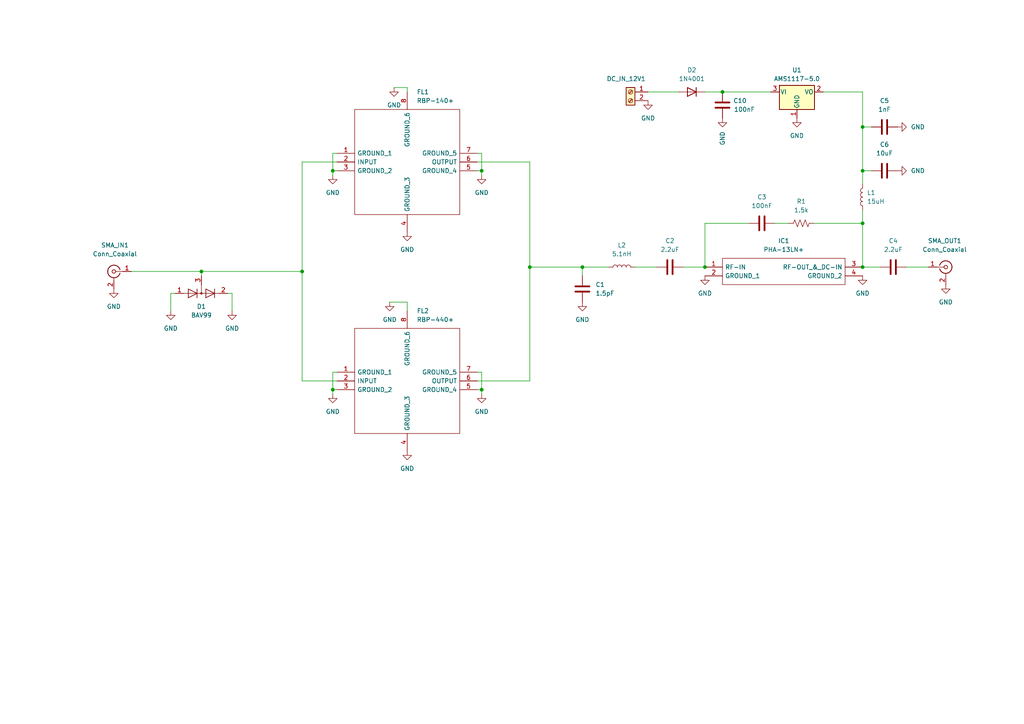
<source format=kicad_sch>
(kicad_sch (version 20211123) (generator eeschema)

  (uuid 9538e4ed-27e6-4c37-b989-9859dc0d49e8)

  (paper "A4")

  (lib_symbols
    (symbol "Connector:Conn_Coaxial" (pin_names (offset 1.016) hide) (in_bom yes) (on_board yes)
      (property "Reference" "J" (id 0) (at 0.254 3.048 0)
        (effects (font (size 1.27 1.27)))
      )
      (property "Value" "Conn_Coaxial" (id 1) (at 2.921 0 90)
        (effects (font (size 1.27 1.27)))
      )
      (property "Footprint" "" (id 2) (at 0 0 0)
        (effects (font (size 1.27 1.27)) hide)
      )
      (property "Datasheet" " ~" (id 3) (at 0 0 0)
        (effects (font (size 1.27 1.27)) hide)
      )
      (property "ki_keywords" "BNC SMA SMB SMC LEMO coaxial connector CINCH RCA" (id 4) (at 0 0 0)
        (effects (font (size 1.27 1.27)) hide)
      )
      (property "ki_description" "coaxial connector (BNC, SMA, SMB, SMC, Cinch/RCA, LEMO, ...)" (id 5) (at 0 0 0)
        (effects (font (size 1.27 1.27)) hide)
      )
      (property "ki_fp_filters" "*BNC* *SMA* *SMB* *SMC* *Cinch* *LEMO*" (id 6) (at 0 0 0)
        (effects (font (size 1.27 1.27)) hide)
      )
      (symbol "Conn_Coaxial_0_1"
        (arc (start -1.778 -0.508) (mid 0.222 -1.808) (end 1.778 0)
          (stroke (width 0.254) (type default) (color 0 0 0 0))
          (fill (type none))
        )
        (polyline
          (pts
            (xy -2.54 0)
            (xy -0.508 0)
          )
          (stroke (width 0) (type default) (color 0 0 0 0))
          (fill (type none))
        )
        (polyline
          (pts
            (xy 0 -2.54)
            (xy 0 -1.778)
          )
          (stroke (width 0) (type default) (color 0 0 0 0))
          (fill (type none))
        )
        (circle (center 0 0) (radius 0.508)
          (stroke (width 0.2032) (type default) (color 0 0 0 0))
          (fill (type none))
        )
        (arc (start 1.778 0) (mid 0.222 1.8083) (end -1.778 0.508)
          (stroke (width 0.254) (type default) (color 0 0 0 0))
          (fill (type none))
        )
      )
      (symbol "Conn_Coaxial_1_1"
        (pin passive line (at -5.08 0 0) (length 2.54)
          (name "In" (effects (font (size 1.27 1.27))))
          (number "1" (effects (font (size 1.27 1.27))))
        )
        (pin passive line (at 0 -5.08 90) (length 2.54)
          (name "Ext" (effects (font (size 1.27 1.27))))
          (number "2" (effects (font (size 1.27 1.27))))
        )
      )
    )
    (symbol "Connector:Screw_Terminal_01x02" (pin_names (offset 1.016) hide) (in_bom yes) (on_board yes)
      (property "Reference" "J" (id 0) (at 0 2.54 0)
        (effects (font (size 1.27 1.27)))
      )
      (property "Value" "Screw_Terminal_01x02" (id 1) (at 0 -5.08 0)
        (effects (font (size 1.27 1.27)))
      )
      (property "Footprint" "" (id 2) (at 0 0 0)
        (effects (font (size 1.27 1.27)) hide)
      )
      (property "Datasheet" "~" (id 3) (at 0 0 0)
        (effects (font (size 1.27 1.27)) hide)
      )
      (property "ki_keywords" "screw terminal" (id 4) (at 0 0 0)
        (effects (font (size 1.27 1.27)) hide)
      )
      (property "ki_description" "Generic screw terminal, single row, 01x02, script generated (kicad-library-utils/schlib/autogen/connector/)" (id 5) (at 0 0 0)
        (effects (font (size 1.27 1.27)) hide)
      )
      (property "ki_fp_filters" "TerminalBlock*:*" (id 6) (at 0 0 0)
        (effects (font (size 1.27 1.27)) hide)
      )
      (symbol "Screw_Terminal_01x02_1_1"
        (rectangle (start -1.27 1.27) (end 1.27 -3.81)
          (stroke (width 0.254) (type default) (color 0 0 0 0))
          (fill (type background))
        )
        (circle (center 0 -2.54) (radius 0.635)
          (stroke (width 0.1524) (type default) (color 0 0 0 0))
          (fill (type none))
        )
        (polyline
          (pts
            (xy -0.5334 -2.2098)
            (xy 0.3302 -3.048)
          )
          (stroke (width 0.1524) (type default) (color 0 0 0 0))
          (fill (type none))
        )
        (polyline
          (pts
            (xy -0.5334 0.3302)
            (xy 0.3302 -0.508)
          )
          (stroke (width 0.1524) (type default) (color 0 0 0 0))
          (fill (type none))
        )
        (polyline
          (pts
            (xy -0.3556 -2.032)
            (xy 0.508 -2.8702)
          )
          (stroke (width 0.1524) (type default) (color 0 0 0 0))
          (fill (type none))
        )
        (polyline
          (pts
            (xy -0.3556 0.508)
            (xy 0.508 -0.3302)
          )
          (stroke (width 0.1524) (type default) (color 0 0 0 0))
          (fill (type none))
        )
        (circle (center 0 0) (radius 0.635)
          (stroke (width 0.1524) (type default) (color 0 0 0 0))
          (fill (type none))
        )
        (pin passive line (at -5.08 0 0) (length 3.81)
          (name "Pin_1" (effects (font (size 1.27 1.27))))
          (number "1" (effects (font (size 1.27 1.27))))
        )
        (pin passive line (at -5.08 -2.54 0) (length 3.81)
          (name "Pin_2" (effects (font (size 1.27 1.27))))
          (number "2" (effects (font (size 1.27 1.27))))
        )
      )
    )
    (symbol "Device:C" (pin_numbers hide) (pin_names (offset 0.254)) (in_bom yes) (on_board yes)
      (property "Reference" "C" (id 0) (at 0.635 2.54 0)
        (effects (font (size 1.27 1.27)) (justify left))
      )
      (property "Value" "C" (id 1) (at 0.635 -2.54 0)
        (effects (font (size 1.27 1.27)) (justify left))
      )
      (property "Footprint" "" (id 2) (at 0.9652 -3.81 0)
        (effects (font (size 1.27 1.27)) hide)
      )
      (property "Datasheet" "~" (id 3) (at 0 0 0)
        (effects (font (size 1.27 1.27)) hide)
      )
      (property "ki_keywords" "cap capacitor" (id 4) (at 0 0 0)
        (effects (font (size 1.27 1.27)) hide)
      )
      (property "ki_description" "Unpolarized capacitor" (id 5) (at 0 0 0)
        (effects (font (size 1.27 1.27)) hide)
      )
      (property "ki_fp_filters" "C_*" (id 6) (at 0 0 0)
        (effects (font (size 1.27 1.27)) hide)
      )
      (symbol "C_0_1"
        (polyline
          (pts
            (xy -2.032 -0.762)
            (xy 2.032 -0.762)
          )
          (stroke (width 0.508) (type default) (color 0 0 0 0))
          (fill (type none))
        )
        (polyline
          (pts
            (xy -2.032 0.762)
            (xy 2.032 0.762)
          )
          (stroke (width 0.508) (type default) (color 0 0 0 0))
          (fill (type none))
        )
      )
      (symbol "C_1_1"
        (pin passive line (at 0 3.81 270) (length 2.794)
          (name "~" (effects (font (size 1.27 1.27))))
          (number "1" (effects (font (size 1.27 1.27))))
        )
        (pin passive line (at 0 -3.81 90) (length 2.794)
          (name "~" (effects (font (size 1.27 1.27))))
          (number "2" (effects (font (size 1.27 1.27))))
        )
      )
    )
    (symbol "Device:L" (pin_numbers hide) (pin_names (offset 1.016) hide) (in_bom yes) (on_board yes)
      (property "Reference" "L" (id 0) (at -1.27 0 90)
        (effects (font (size 1.27 1.27)))
      )
      (property "Value" "L" (id 1) (at 1.905 0 90)
        (effects (font (size 1.27 1.27)))
      )
      (property "Footprint" "" (id 2) (at 0 0 0)
        (effects (font (size 1.27 1.27)) hide)
      )
      (property "Datasheet" "~" (id 3) (at 0 0 0)
        (effects (font (size 1.27 1.27)) hide)
      )
      (property "ki_keywords" "inductor choke coil reactor magnetic" (id 4) (at 0 0 0)
        (effects (font (size 1.27 1.27)) hide)
      )
      (property "ki_description" "Inductor" (id 5) (at 0 0 0)
        (effects (font (size 1.27 1.27)) hide)
      )
      (property "ki_fp_filters" "Choke_* *Coil* Inductor_* L_*" (id 6) (at 0 0 0)
        (effects (font (size 1.27 1.27)) hide)
      )
      (symbol "L_0_1"
        (arc (start 0 -2.54) (mid 0.635 -1.905) (end 0 -1.27)
          (stroke (width 0) (type default) (color 0 0 0 0))
          (fill (type none))
        )
        (arc (start 0 -1.27) (mid 0.635 -0.635) (end 0 0)
          (stroke (width 0) (type default) (color 0 0 0 0))
          (fill (type none))
        )
        (arc (start 0 0) (mid 0.635 0.635) (end 0 1.27)
          (stroke (width 0) (type default) (color 0 0 0 0))
          (fill (type none))
        )
        (arc (start 0 1.27) (mid 0.635 1.905) (end 0 2.54)
          (stroke (width 0) (type default) (color 0 0 0 0))
          (fill (type none))
        )
      )
      (symbol "L_1_1"
        (pin passive line (at 0 3.81 270) (length 1.27)
          (name "1" (effects (font (size 1.27 1.27))))
          (number "1" (effects (font (size 1.27 1.27))))
        )
        (pin passive line (at 0 -3.81 90) (length 1.27)
          (name "2" (effects (font (size 1.27 1.27))))
          (number "2" (effects (font (size 1.27 1.27))))
        )
      )
    )
    (symbol "Device:R_US" (pin_numbers hide) (pin_names (offset 0)) (in_bom yes) (on_board yes)
      (property "Reference" "R" (id 0) (at 2.54 0 90)
        (effects (font (size 1.27 1.27)))
      )
      (property "Value" "R_US" (id 1) (at -2.54 0 90)
        (effects (font (size 1.27 1.27)))
      )
      (property "Footprint" "" (id 2) (at 1.016 -0.254 90)
        (effects (font (size 1.27 1.27)) hide)
      )
      (property "Datasheet" "~" (id 3) (at 0 0 0)
        (effects (font (size 1.27 1.27)) hide)
      )
      (property "ki_keywords" "R res resistor" (id 4) (at 0 0 0)
        (effects (font (size 1.27 1.27)) hide)
      )
      (property "ki_description" "Resistor, US symbol" (id 5) (at 0 0 0)
        (effects (font (size 1.27 1.27)) hide)
      )
      (property "ki_fp_filters" "R_*" (id 6) (at 0 0 0)
        (effects (font (size 1.27 1.27)) hide)
      )
      (symbol "R_US_0_1"
        (polyline
          (pts
            (xy 0 -2.286)
            (xy 0 -2.54)
          )
          (stroke (width 0) (type default) (color 0 0 0 0))
          (fill (type none))
        )
        (polyline
          (pts
            (xy 0 2.286)
            (xy 0 2.54)
          )
          (stroke (width 0) (type default) (color 0 0 0 0))
          (fill (type none))
        )
        (polyline
          (pts
            (xy 0 -0.762)
            (xy 1.016 -1.143)
            (xy 0 -1.524)
            (xy -1.016 -1.905)
            (xy 0 -2.286)
          )
          (stroke (width 0) (type default) (color 0 0 0 0))
          (fill (type none))
        )
        (polyline
          (pts
            (xy 0 0.762)
            (xy 1.016 0.381)
            (xy 0 0)
            (xy -1.016 -0.381)
            (xy 0 -0.762)
          )
          (stroke (width 0) (type default) (color 0 0 0 0))
          (fill (type none))
        )
        (polyline
          (pts
            (xy 0 2.286)
            (xy 1.016 1.905)
            (xy 0 1.524)
            (xy -1.016 1.143)
            (xy 0 0.762)
          )
          (stroke (width 0) (type default) (color 0 0 0 0))
          (fill (type none))
        )
      )
      (symbol "R_US_1_1"
        (pin passive line (at 0 3.81 270) (length 1.27)
          (name "~" (effects (font (size 1.27 1.27))))
          (number "1" (effects (font (size 1.27 1.27))))
        )
        (pin passive line (at 0 -3.81 90) (length 1.27)
          (name "~" (effects (font (size 1.27 1.27))))
          (number "2" (effects (font (size 1.27 1.27))))
        )
      )
    )
    (symbol "Diode:1N4001" (pin_numbers hide) (pin_names (offset 1.016) hide) (in_bom yes) (on_board yes)
      (property "Reference" "D" (id 0) (at 0 2.54 0)
        (effects (font (size 1.27 1.27)))
      )
      (property "Value" "1N4001" (id 1) (at 0 -2.54 0)
        (effects (font (size 1.27 1.27)))
      )
      (property "Footprint" "Diode_THT:D_DO-41_SOD81_P10.16mm_Horizontal" (id 2) (at 0 -4.445 0)
        (effects (font (size 1.27 1.27)) hide)
      )
      (property "Datasheet" "http://www.vishay.com/docs/88503/1n4001.pdf" (id 3) (at 0 0 0)
        (effects (font (size 1.27 1.27)) hide)
      )
      (property "ki_keywords" "diode" (id 4) (at 0 0 0)
        (effects (font (size 1.27 1.27)) hide)
      )
      (property "ki_description" "50V 1A General Purpose Rectifier Diode, DO-41" (id 5) (at 0 0 0)
        (effects (font (size 1.27 1.27)) hide)
      )
      (property "ki_fp_filters" "D*DO?41*" (id 6) (at 0 0 0)
        (effects (font (size 1.27 1.27)) hide)
      )
      (symbol "1N4001_0_1"
        (polyline
          (pts
            (xy -1.27 1.27)
            (xy -1.27 -1.27)
          )
          (stroke (width 0.254) (type default) (color 0 0 0 0))
          (fill (type none))
        )
        (polyline
          (pts
            (xy 1.27 0)
            (xy -1.27 0)
          )
          (stroke (width 0) (type default) (color 0 0 0 0))
          (fill (type none))
        )
        (polyline
          (pts
            (xy 1.27 1.27)
            (xy 1.27 -1.27)
            (xy -1.27 0)
            (xy 1.27 1.27)
          )
          (stroke (width 0.254) (type default) (color 0 0 0 0))
          (fill (type none))
        )
      )
      (symbol "1N4001_1_1"
        (pin passive line (at -3.81 0 0) (length 2.54)
          (name "K" (effects (font (size 1.27 1.27))))
          (number "1" (effects (font (size 1.27 1.27))))
        )
        (pin passive line (at 3.81 0 180) (length 2.54)
          (name "A" (effects (font (size 1.27 1.27))))
          (number "2" (effects (font (size 1.27 1.27))))
        )
      )
    )
    (symbol "Diode:BAV99" (pin_names hide) (in_bom yes) (on_board yes)
      (property "Reference" "D" (id 0) (at 0 5.08 0)
        (effects (font (size 1.27 1.27)))
      )
      (property "Value" "BAV99" (id 1) (at 0 2.54 0)
        (effects (font (size 1.27 1.27)))
      )
      (property "Footprint" "Package_TO_SOT_SMD:SOT-23" (id 2) (at 0 -12.7 0)
        (effects (font (size 1.27 1.27)) hide)
      )
      (property "Datasheet" "https://assets.nexperia.com/documents/data-sheet/BAV99_SER.pdf" (id 3) (at 0 0 0)
        (effects (font (size 1.27 1.27)) hide)
      )
      (property "ki_keywords" "diode" (id 4) (at 0 0 0)
        (effects (font (size 1.27 1.27)) hide)
      )
      (property "ki_description" "BAV99 High-speed switching diodes, SOT-23" (id 5) (at 0 0 0)
        (effects (font (size 1.27 1.27)) hide)
      )
      (property "ki_fp_filters" "SOT?23*" (id 6) (at 0 0 0)
        (effects (font (size 1.27 1.27)) hide)
      )
      (symbol "BAV99_0_1"
        (polyline
          (pts
            (xy -5.08 0)
            (xy 5.08 0)
          )
          (stroke (width 0) (type default) (color 0 0 0 0))
          (fill (type none))
        )
      )
      (symbol "BAV99_1_1"
        (polyline
          (pts
            (xy 0 0)
            (xy 0 -2.54)
          )
          (stroke (width 0) (type default) (color 0 0 0 0))
          (fill (type none))
        )
        (polyline
          (pts
            (xy -1.27 -1.27)
            (xy -1.27 1.27)
            (xy -1.27 1.27)
          )
          (stroke (width 0.2032) (type default) (color 0 0 0 0))
          (fill (type none))
        )
        (polyline
          (pts
            (xy 3.81 1.27)
            (xy 3.81 -1.27)
            (xy 3.81 -1.27)
          )
          (stroke (width 0.2032) (type default) (color 0 0 0 0))
          (fill (type none))
        )
        (polyline
          (pts
            (xy -3.81 1.27)
            (xy -1.27 0)
            (xy -3.81 -1.27)
            (xy -3.81 1.27)
            (xy -3.81 1.27)
            (xy -3.81 1.27)
          )
          (stroke (width 0.2032) (type default) (color 0 0 0 0))
          (fill (type none))
        )
        (polyline
          (pts
            (xy 1.27 1.27)
            (xy 3.81 0)
            (xy 1.27 -1.27)
            (xy 1.27 1.27)
            (xy 1.27 1.27)
            (xy 1.27 1.27)
          )
          (stroke (width 0.2032) (type default) (color 0 0 0 0))
          (fill (type none))
        )
        (circle (center 0 0) (radius 0.254)
          (stroke (width 0) (type default) (color 0 0 0 0))
          (fill (type outline))
        )
        (pin passive line (at -7.62 0 0) (length 2.54)
          (name "K" (effects (font (size 1.27 1.27))))
          (number "1" (effects (font (size 1.27 1.27))))
        )
        (pin passive line (at 7.62 0 180) (length 2.54)
          (name "A" (effects (font (size 1.27 1.27))))
          (number "2" (effects (font (size 1.27 1.27))))
        )
        (pin passive line (at 0 -5.08 90) (length 2.54)
          (name "K" (effects (font (size 1.27 1.27))))
          (number "3" (effects (font (size 1.27 1.27))))
        )
      )
    )
    (symbol "Regulator_Linear:AMS1117-5.0" (pin_names (offset 0.254)) (in_bom yes) (on_board yes)
      (property "Reference" "U" (id 0) (at -3.81 3.175 0)
        (effects (font (size 1.27 1.27)))
      )
      (property "Value" "AMS1117-5.0" (id 1) (at 0 3.175 0)
        (effects (font (size 1.27 1.27)) (justify left))
      )
      (property "Footprint" "Package_TO_SOT_SMD:SOT-223-3_TabPin2" (id 2) (at 0 5.08 0)
        (effects (font (size 1.27 1.27)) hide)
      )
      (property "Datasheet" "http://www.advanced-monolithic.com/pdf/ds1117.pdf" (id 3) (at 2.54 -6.35 0)
        (effects (font (size 1.27 1.27)) hide)
      )
      (property "ki_keywords" "linear regulator ldo fixed positive" (id 4) (at 0 0 0)
        (effects (font (size 1.27 1.27)) hide)
      )
      (property "ki_description" "1A Low Dropout regulator, positive, 5.0V fixed output, SOT-223" (id 5) (at 0 0 0)
        (effects (font (size 1.27 1.27)) hide)
      )
      (property "ki_fp_filters" "SOT?223*TabPin2*" (id 6) (at 0 0 0)
        (effects (font (size 1.27 1.27)) hide)
      )
      (symbol "AMS1117-5.0_0_1"
        (rectangle (start -5.08 -5.08) (end 5.08 1.905)
          (stroke (width 0.254) (type default) (color 0 0 0 0))
          (fill (type background))
        )
      )
      (symbol "AMS1117-5.0_1_1"
        (pin power_in line (at 0 -7.62 90) (length 2.54)
          (name "GND" (effects (font (size 1.27 1.27))))
          (number "1" (effects (font (size 1.27 1.27))))
        )
        (pin power_out line (at 7.62 0 180) (length 2.54)
          (name "VO" (effects (font (size 1.27 1.27))))
          (number "2" (effects (font (size 1.27 1.27))))
        )
        (pin power_in line (at -7.62 0 0) (length 2.54)
          (name "VI" (effects (font (size 1.27 1.27))))
          (number "3" (effects (font (size 1.27 1.27))))
        )
      )
    )
    (symbol "User:PHA-13LN+" (pin_names (offset 0.762)) (in_bom yes) (on_board yes)
      (property "Reference" "IC" (id 0) (at 41.91 7.62 0)
        (effects (font (size 1.27 1.27)) (justify left))
      )
      (property "Value" "PHA-13LN+" (id 1) (at 41.91 5.08 0)
        (effects (font (size 1.27 1.27)) (justify left))
      )
      (property "Footprint" "PHA13LN" (id 2) (at 41.91 2.54 0)
        (effects (font (size 1.27 1.27)) (justify left) hide)
      )
      (property "Datasheet" "https://www.minicircuits.com/pdfs/PHA-13LN+.pdf" (id 3) (at 41.91 0 0)
        (effects (font (size 1.27 1.27)) (justify left) hide)
      )
      (property "Description" "ic" (id 4) (at 41.91 -2.54 0)
        (effects (font (size 1.27 1.27)) (justify left) hide)
      )
      (property "Height" "1.6" (id 5) (at 41.91 -5.08 0)
        (effects (font (size 1.27 1.27)) (justify left) hide)
      )
      (property "Mouser Part Number" "139-PHA-13LN" (id 6) (at 41.91 -7.62 0)
        (effects (font (size 1.27 1.27)) (justify left) hide)
      )
      (property "Mouser Price/Stock" "https://www.mouser.co.uk/ProductDetail/Mini-Circuits/PHA-13LN%2b?qs=xZ%2FP%252Ba9zWqYkwnUBoTp7PQ%3D%3D" (id 7) (at 41.91 -10.16 0)
        (effects (font (size 1.27 1.27)) (justify left) hide)
      )
      (property "Manufacturer_Name" "Mini-Circuits" (id 8) (at 41.91 -12.7 0)
        (effects (font (size 1.27 1.27)) (justify left) hide)
      )
      (property "Manufacturer_Part_Number" "PHA-13LN+" (id 9) (at 41.91 -15.24 0)
        (effects (font (size 1.27 1.27)) (justify left) hide)
      )
      (property "ki_description" "ic" (id 10) (at 0 0 0)
        (effects (font (size 1.27 1.27)) hide)
      )
      (symbol "PHA-13LN+_0_0"
        (pin passive line (at 0 0 0) (length 5.08)
          (name "RF-IN" (effects (font (size 1.27 1.27))))
          (number "1" (effects (font (size 1.27 1.27))))
        )
        (pin passive line (at 0 -2.54 0) (length 5.08)
          (name "GROUND_1" (effects (font (size 1.27 1.27))))
          (number "2" (effects (font (size 1.27 1.27))))
        )
        (pin passive line (at 45.72 0 180) (length 5.08)
          (name "RF-OUT_&_DC-IN" (effects (font (size 1.27 1.27))))
          (number "3" (effects (font (size 1.27 1.27))))
        )
        (pin passive line (at 45.72 -2.54 180) (length 5.08)
          (name "GROUND_2" (effects (font (size 1.27 1.27))))
          (number "4" (effects (font (size 1.27 1.27))))
        )
      )
      (symbol "PHA-13LN+_0_1"
        (polyline
          (pts
            (xy 5.08 2.54)
            (xy 40.64 2.54)
            (xy 40.64 -5.08)
            (xy 5.08 -5.08)
            (xy 5.08 2.54)
          )
          (stroke (width 0.1524) (type default) (color 0 0 0 0))
          (fill (type none))
        )
      )
    )
    (symbol "User:RBP-140+" (pin_names (offset 0.762)) (in_bom yes) (on_board yes)
      (property "Reference" "FL" (id 0) (at 36.83 20.32 0)
        (effects (font (size 1.27 1.27)) (justify left))
      )
      (property "Value" "RBP-140+" (id 1) (at 36.83 17.78 0)
        (effects (font (size 1.27 1.27)) (justify left))
      )
      (property "Footprint" "RBP140" (id 2) (at 36.83 15.24 0)
        (effects (font (size 1.27 1.27)) (justify left) hide)
      )
      (property "Datasheet" "" (id 3) (at 36.83 12.7 0)
        (effects (font (size 1.27 1.27)) (justify left) hide)
      )
      (property "Description" "Signal Conditioning Lumped LC Band Pass Filter, 130 - 150 MHz, 50 ohms" (id 4) (at 36.83 10.16 0)
        (effects (font (size 1.27 1.27)) (justify left) hide)
      )
      (property "Height" "2.54" (id 5) (at 36.83 7.62 0)
        (effects (font (size 1.27 1.27)) (justify left) hide)
      )
      (property "Mouser Part Number" "139-RBP-140" (id 6) (at 36.83 5.08 0)
        (effects (font (size 1.27 1.27)) (justify left) hide)
      )
      (property "Mouser Price/Stock" "https://www.mouser.co.uk/ProductDetail/Mini-Circuits/RBP-140%2b?qs=xZ%2FP%252Ba9zWqZfMCIzX4F4Xg%3D%3D" (id 7) (at 36.83 2.54 0)
        (effects (font (size 1.27 1.27)) (justify left) hide)
      )
      (property "Manufacturer_Name" "Mini-Circuits" (id 8) (at 36.83 0 0)
        (effects (font (size 1.27 1.27)) (justify left) hide)
      )
      (property "Manufacturer_Part_Number" "RBP-140+" (id 9) (at 36.83 -2.54 0)
        (effects (font (size 1.27 1.27)) (justify left) hide)
      )
      (property "ki_description" "Signal Conditioning Lumped LC Band Pass Filter, 130 - 150 MHz, 50 ohms" (id 10) (at 0 0 0)
        (effects (font (size 1.27 1.27)) hide)
      )
      (symbol "RBP-140+_0_0"
        (pin passive line (at 17.78 -20.32 90) (length 5.08)
          (name "GROUND_1" (effects (font (size 1.27 1.27))))
          (number "1" (effects (font (size 1.27 1.27))))
        )
        (pin passive line (at 20.32 -20.32 90) (length 5.08)
          (name "INPUT" (effects (font (size 1.27 1.27))))
          (number "2" (effects (font (size 1.27 1.27))))
        )
        (pin passive line (at 22.86 -20.32 90) (length 5.08)
          (name "GROUND_2" (effects (font (size 1.27 1.27))))
          (number "3" (effects (font (size 1.27 1.27))))
        )
        (pin passive line (at 40.64 0 180) (length 5.08)
          (name "GROUND_3" (effects (font (size 1.27 1.27))))
          (number "4" (effects (font (size 1.27 1.27))))
        )
        (pin passive line (at 22.86 20.32 270) (length 5.08)
          (name "GROUND_4" (effects (font (size 1.27 1.27))))
          (number "5" (effects (font (size 1.27 1.27))))
        )
        (pin passive line (at 20.32 20.32 270) (length 5.08)
          (name "OUTPUT" (effects (font (size 1.27 1.27))))
          (number "6" (effects (font (size 1.27 1.27))))
        )
        (pin passive line (at 17.78 20.32 270) (length 5.08)
          (name "GROUND_5" (effects (font (size 1.27 1.27))))
          (number "7" (effects (font (size 1.27 1.27))))
        )
        (pin passive line (at 0 0 0) (length 5.08)
          (name "GROUND_6" (effects (font (size 1.27 1.27))))
          (number "8" (effects (font (size 1.27 1.27))))
        )
      )
      (symbol "RBP-140+_0_1"
        (polyline
          (pts
            (xy 5.08 15.24)
            (xy 35.56 15.24)
            (xy 35.56 -15.24)
            (xy 5.08 -15.24)
            (xy 5.08 15.24)
          )
          (stroke (width 0.1524) (type default) (color 0 0 0 0))
          (fill (type none))
        )
      )
    )
    (symbol "power:GND" (power) (pin_names (offset 0)) (in_bom yes) (on_board yes)
      (property "Reference" "#PWR" (id 0) (at 0 -6.35 0)
        (effects (font (size 1.27 1.27)) hide)
      )
      (property "Value" "GND" (id 1) (at 0 -3.81 0)
        (effects (font (size 1.27 1.27)))
      )
      (property "Footprint" "" (id 2) (at 0 0 0)
        (effects (font (size 1.27 1.27)) hide)
      )
      (property "Datasheet" "" (id 3) (at 0 0 0)
        (effects (font (size 1.27 1.27)) hide)
      )
      (property "ki_keywords" "power-flag" (id 4) (at 0 0 0)
        (effects (font (size 1.27 1.27)) hide)
      )
      (property "ki_description" "Power symbol creates a global label with name \"GND\" , ground" (id 5) (at 0 0 0)
        (effects (font (size 1.27 1.27)) hide)
      )
      (symbol "GND_0_1"
        (polyline
          (pts
            (xy 0 0)
            (xy 0 -1.27)
            (xy 1.27 -1.27)
            (xy 0 -2.54)
            (xy -1.27 -1.27)
            (xy 0 -1.27)
          )
          (stroke (width 0) (type default) (color 0 0 0 0))
          (fill (type none))
        )
      )
      (symbol "GND_1_1"
        (pin power_in line (at 0 0 270) (length 0) hide
          (name "GND" (effects (font (size 1.27 1.27))))
          (number "1" (effects (font (size 1.27 1.27))))
        )
      )
    )
  )

  (junction (at 96.52 49.53) (diameter 0) (color 0 0 0 0)
    (uuid 06b2597a-7b06-4c2d-b3aa-db28e4d2d6bb)
  )
  (junction (at 250.19 49.53) (diameter 0) (color 0 0 0 0)
    (uuid 079b05fd-5a8d-4e8c-96a3-ed72f11dc0e6)
  )
  (junction (at 250.19 64.77) (diameter 0) (color 0 0 0 0)
    (uuid 13344b45-a1a2-4fc2-907e-307893543bbd)
  )
  (junction (at 168.91 77.47) (diameter 0) (color 0 0 0 0)
    (uuid 21f74fa1-6451-4564-a4bd-1782fa6d7a10)
  )
  (junction (at 250.19 36.83) (diameter 0) (color 0 0 0 0)
    (uuid 306923d1-a6be-43d5-b8dd-81154fcf8b14)
  )
  (junction (at 204.47 77.47) (diameter 0) (color 0 0 0 0)
    (uuid 3a7d1616-f0dc-464e-ac98-4f09673fd7e3)
  )
  (junction (at 96.52 113.03) (diameter 0) (color 0 0 0 0)
    (uuid 59499751-b54b-4ba6-befd-4eb8f1a79e66)
  )
  (junction (at 87.63 78.74) (diameter 0) (color 0 0 0 0)
    (uuid 6396cd5b-2c5c-4a84-b28a-279d82b2080a)
  )
  (junction (at 58.42 78.74) (diameter 0) (color 0 0 0 0)
    (uuid 65982491-1f75-488c-b067-47083b0b47e7)
  )
  (junction (at 250.19 77.47) (diameter 0) (color 0 0 0 0)
    (uuid 8211612c-7d40-439a-b2ad-1adc32c962a2)
  )
  (junction (at 139.7 49.53) (diameter 0) (color 0 0 0 0)
    (uuid 85f27ba3-a186-4587-9d11-ec6ebf3eae31)
  )
  (junction (at 153.67 77.47) (diameter 0) (color 0 0 0 0)
    (uuid 954376f4-bf66-4703-a47c-ecf816c51c38)
  )
  (junction (at 209.55 26.67) (diameter 0) (color 0 0 0 0)
    (uuid afd0ccf3-aa21-4dc1-9153-ff6b5c3524c4)
  )
  (junction (at 139.7 113.03) (diameter 0) (color 0 0 0 0)
    (uuid d21c3462-32a8-4ff0-a471-564df07aa56c)
  )

  (wire (pts (xy 118.11 25.4) (xy 118.11 26.67))
    (stroke (width 0) (type default) (color 0 0 0 0))
    (uuid 0001fea5-902d-48c7-836e-fc3524aaf22c)
  )
  (wire (pts (xy 184.15 77.47) (xy 190.5 77.47))
    (stroke (width 0) (type default) (color 0 0 0 0))
    (uuid 098c9c19-9e30-40e4-a5ed-81c2405730b2)
  )
  (wire (pts (xy 204.47 64.77) (xy 204.47 77.47))
    (stroke (width 0) (type default) (color 0 0 0 0))
    (uuid 0fda579c-5ab1-4b53-8566-d9aea004e061)
  )
  (wire (pts (xy 250.19 77.47) (xy 255.27 77.47))
    (stroke (width 0) (type default) (color 0 0 0 0))
    (uuid 1274998d-36bf-4b18-a16a-77285cfdcf64)
  )
  (wire (pts (xy 198.12 77.47) (xy 204.47 77.47))
    (stroke (width 0) (type default) (color 0 0 0 0))
    (uuid 14256c37-1ea8-4cfc-bf2e-cca2043ed299)
  )
  (wire (pts (xy 138.43 49.53) (xy 139.7 49.53))
    (stroke (width 0) (type default) (color 0 0 0 0))
    (uuid 1545871b-4439-4ca7-937c-38293a364c16)
  )
  (wire (pts (xy 138.43 113.03) (xy 139.7 113.03))
    (stroke (width 0) (type default) (color 0 0 0 0))
    (uuid 1ad47d92-0128-438d-b8ce-02d9a59123a3)
  )
  (wire (pts (xy 113.03 87.63) (xy 118.11 87.63))
    (stroke (width 0) (type default) (color 0 0 0 0))
    (uuid 1f7fbd96-a2a7-4cb6-8cf8-70d6dfc233e5)
  )
  (wire (pts (xy 67.31 85.09) (xy 67.31 90.17))
    (stroke (width 0) (type default) (color 0 0 0 0))
    (uuid 203d76d0-1052-46ae-a7a6-f8259e09d159)
  )
  (wire (pts (xy 250.19 49.53) (xy 252.73 49.53))
    (stroke (width 0) (type default) (color 0 0 0 0))
    (uuid 20e4b388-06aa-4818-bf3f-59c94c93e81f)
  )
  (wire (pts (xy 236.22 64.77) (xy 250.19 64.77))
    (stroke (width 0) (type default) (color 0 0 0 0))
    (uuid 211c5f87-9e8d-44ad-b48a-856b9b567687)
  )
  (wire (pts (xy 250.19 64.77) (xy 250.19 77.47))
    (stroke (width 0) (type default) (color 0 0 0 0))
    (uuid 21671ffb-e382-40cf-89bb-00b02b9f3cbe)
  )
  (wire (pts (xy 138.43 46.99) (xy 153.67 46.99))
    (stroke (width 0) (type default) (color 0 0 0 0))
    (uuid 25f60e0e-acbc-4ce1-b905-bc7763ab9866)
  )
  (wire (pts (xy 250.19 26.67) (xy 250.19 36.83))
    (stroke (width 0) (type default) (color 0 0 0 0))
    (uuid 26703e59-01d8-40e9-b840-21aee81bc6c5)
  )
  (wire (pts (xy 66.04 85.09) (xy 67.31 85.09))
    (stroke (width 0) (type default) (color 0 0 0 0))
    (uuid 32cdc472-a432-41f2-a1dc-241daf49ff4c)
  )
  (wire (pts (xy 87.63 46.99) (xy 87.63 78.74))
    (stroke (width 0) (type default) (color 0 0 0 0))
    (uuid 3ec5d84c-827f-4f1e-b790-0f241482535b)
  )
  (wire (pts (xy 250.19 36.83) (xy 252.73 36.83))
    (stroke (width 0) (type default) (color 0 0 0 0))
    (uuid 416b4b4a-68d1-4dac-8de3-2d72b95dc977)
  )
  (wire (pts (xy 97.79 44.45) (xy 96.52 44.45))
    (stroke (width 0) (type default) (color 0 0 0 0))
    (uuid 4216af48-181c-4ad6-9c60-e90f53b26cc9)
  )
  (wire (pts (xy 96.52 44.45) (xy 96.52 49.53))
    (stroke (width 0) (type default) (color 0 0 0 0))
    (uuid 4ab5e19c-47cf-42ae-9678-1e36abeeae59)
  )
  (wire (pts (xy 209.55 26.67) (xy 223.52 26.67))
    (stroke (width 0) (type default) (color 0 0 0 0))
    (uuid 4e1bc4e0-96b4-4b86-9a40-e01f8acc8fb3)
  )
  (wire (pts (xy 187.96 26.67) (xy 196.85 26.67))
    (stroke (width 0) (type default) (color 0 0 0 0))
    (uuid 5026f652-a3c3-40da-b1b3-18817a846309)
  )
  (wire (pts (xy 97.79 46.99) (xy 87.63 46.99))
    (stroke (width 0) (type default) (color 0 0 0 0))
    (uuid 546bc869-af47-44d3-b55c-58a6fb4c2198)
  )
  (wire (pts (xy 96.52 107.95) (xy 96.52 113.03))
    (stroke (width 0) (type default) (color 0 0 0 0))
    (uuid 5f727ce2-fa30-4287-8c43-da9eb8b15d5b)
  )
  (wire (pts (xy 96.52 49.53) (xy 96.52 50.8))
    (stroke (width 0) (type default) (color 0 0 0 0))
    (uuid 61d13cee-4f2e-474a-83cd-b170ceb0626e)
  )
  (wire (pts (xy 250.19 53.34) (xy 250.19 49.53))
    (stroke (width 0) (type default) (color 0 0 0 0))
    (uuid 61d905c6-3a9e-4103-b419-c7340a7ca7b0)
  )
  (wire (pts (xy 138.43 107.95) (xy 139.7 107.95))
    (stroke (width 0) (type default) (color 0 0 0 0))
    (uuid 64b76e78-c89c-43ef-93e2-c696c6ea0570)
  )
  (wire (pts (xy 87.63 78.74) (xy 87.63 110.49))
    (stroke (width 0) (type default) (color 0 0 0 0))
    (uuid 6595f369-9327-4b17-bbf3-3aced532b7bb)
  )
  (wire (pts (xy 118.11 87.63) (xy 118.11 90.17))
    (stroke (width 0) (type default) (color 0 0 0 0))
    (uuid 724eeae1-01bb-4e26-bed2-a801c6b1e80a)
  )
  (wire (pts (xy 204.47 26.67) (xy 209.55 26.67))
    (stroke (width 0) (type default) (color 0 0 0 0))
    (uuid 74a35c44-ade2-4bbf-9a00-28d9acd6a3ec)
  )
  (wire (pts (xy 139.7 44.45) (xy 139.7 49.53))
    (stroke (width 0) (type default) (color 0 0 0 0))
    (uuid 78074ad5-1cab-4d1f-9c03-7f6c195bd93c)
  )
  (wire (pts (xy 168.91 77.47) (xy 176.53 77.47))
    (stroke (width 0) (type default) (color 0 0 0 0))
    (uuid 805a1d50-1b98-429d-9f74-b1159d36ea2d)
  )
  (wire (pts (xy 238.76 26.67) (xy 250.19 26.67))
    (stroke (width 0) (type default) (color 0 0 0 0))
    (uuid 817997f0-f4ac-40a3-8daf-bc036e4b4d2e)
  )
  (wire (pts (xy 49.53 90.17) (xy 49.53 85.09))
    (stroke (width 0) (type default) (color 0 0 0 0))
    (uuid 8af03b39-5367-480c-ab0d-2e7bdd97e0d9)
  )
  (wire (pts (xy 224.79 64.77) (xy 228.6 64.77))
    (stroke (width 0) (type default) (color 0 0 0 0))
    (uuid 8b8409bd-d5ce-4c73-9983-0514afc61095)
  )
  (wire (pts (xy 96.52 113.03) (xy 97.79 113.03))
    (stroke (width 0) (type default) (color 0 0 0 0))
    (uuid 8d1fc4b1-1d51-4ced-a3ca-f018e0057daf)
  )
  (wire (pts (xy 262.89 77.47) (xy 269.24 77.47))
    (stroke (width 0) (type default) (color 0 0 0 0))
    (uuid 8db920dc-6c09-47ff-88bd-022f65597813)
  )
  (wire (pts (xy 139.7 49.53) (xy 139.7 50.8))
    (stroke (width 0) (type default) (color 0 0 0 0))
    (uuid 92a15460-ac3b-4a82-b375-6a0960418ef2)
  )
  (wire (pts (xy 49.53 85.09) (xy 50.8 85.09))
    (stroke (width 0) (type default) (color 0 0 0 0))
    (uuid 947b0045-4aa7-4eaf-860c-7fcd76735eac)
  )
  (wire (pts (xy 217.17 64.77) (xy 204.47 64.77))
    (stroke (width 0) (type default) (color 0 0 0 0))
    (uuid 97ef68f0-8db2-4c99-a3f1-cc4010fe9a8f)
  )
  (wire (pts (xy 153.67 110.49) (xy 153.67 77.47))
    (stroke (width 0) (type default) (color 0 0 0 0))
    (uuid 9a52bb87-5826-4c4a-893d-d6c414fb441c)
  )
  (wire (pts (xy 139.7 113.03) (xy 139.7 114.3))
    (stroke (width 0) (type default) (color 0 0 0 0))
    (uuid a27e5b23-dcc2-49fe-b722-1d68ef80fe23)
  )
  (wire (pts (xy 58.42 78.74) (xy 87.63 78.74))
    (stroke (width 0) (type default) (color 0 0 0 0))
    (uuid aa5abb0b-a1bf-4c32-aa1a-3c3fa7fcfd10)
  )
  (wire (pts (xy 38.1 78.74) (xy 58.42 78.74))
    (stroke (width 0) (type default) (color 0 0 0 0))
    (uuid ac5f1fb6-e986-40df-b351-8f555a84dfde)
  )
  (wire (pts (xy 139.7 107.95) (xy 139.7 113.03))
    (stroke (width 0) (type default) (color 0 0 0 0))
    (uuid ad96f3ff-49fb-4441-a84e-480d839b6ecd)
  )
  (wire (pts (xy 58.42 78.74) (xy 58.42 80.01))
    (stroke (width 0) (type default) (color 0 0 0 0))
    (uuid b7228738-fe0c-4968-b348-e22aed7850f5)
  )
  (wire (pts (xy 250.19 49.53) (xy 250.19 36.83))
    (stroke (width 0) (type default) (color 0 0 0 0))
    (uuid b913eae4-beea-4246-b1aa-cbecc96a0971)
  )
  (wire (pts (xy 138.43 44.45) (xy 139.7 44.45))
    (stroke (width 0) (type default) (color 0 0 0 0))
    (uuid baae70b6-0dd8-49ae-afd1-a7595ef75074)
  )
  (wire (pts (xy 153.67 46.99) (xy 153.67 77.47))
    (stroke (width 0) (type default) (color 0 0 0 0))
    (uuid c6d36b93-0c70-4eea-ad66-7dc8049f1eee)
  )
  (wire (pts (xy 250.19 60.96) (xy 250.19 64.77))
    (stroke (width 0) (type default) (color 0 0 0 0))
    (uuid c6f503e7-f9d3-4b95-a1ee-c0c2128f8168)
  )
  (wire (pts (xy 153.67 77.47) (xy 168.91 77.47))
    (stroke (width 0) (type default) (color 0 0 0 0))
    (uuid d073ab6c-bd0c-44d6-a4be-c56168e9545e)
  )
  (wire (pts (xy 114.3 25.4) (xy 118.11 25.4))
    (stroke (width 0) (type default) (color 0 0 0 0))
    (uuid d150ceb9-17a4-4723-af81-fa40df62506e)
  )
  (wire (pts (xy 168.91 80.01) (xy 168.91 77.47))
    (stroke (width 0) (type default) (color 0 0 0 0))
    (uuid d284fb31-4774-41d7-b247-4dcd42566c65)
  )
  (wire (pts (xy 138.43 110.49) (xy 153.67 110.49))
    (stroke (width 0) (type default) (color 0 0 0 0))
    (uuid db8b4310-7608-4a7f-8a9c-bf595c25552e)
  )
  (wire (pts (xy 96.52 113.03) (xy 96.52 114.3))
    (stroke (width 0) (type default) (color 0 0 0 0))
    (uuid dbc07276-ccb2-4c19-a635-8b581caec814)
  )
  (wire (pts (xy 87.63 110.49) (xy 97.79 110.49))
    (stroke (width 0) (type default) (color 0 0 0 0))
    (uuid e140745f-74fd-4120-8030-8fae8b53aadf)
  )
  (wire (pts (xy 96.52 49.53) (xy 97.79 49.53))
    (stroke (width 0) (type default) (color 0 0 0 0))
    (uuid e44ebcdd-421a-4d0e-a6a9-b5a8694a3c1c)
  )
  (wire (pts (xy 97.79 107.95) (xy 96.52 107.95))
    (stroke (width 0) (type default) (color 0 0 0 0))
    (uuid f5661775-35d9-4814-b6c8-86faf7af6737)
  )

  (symbol (lib_id "power:GND") (at 260.35 36.83 90) (unit 1)
    (in_bom yes) (on_board yes) (fields_autoplaced)
    (uuid 04cfe55d-bde8-4833-8e62-9bd5dd85e536)
    (property "Reference" "#PWR0116" (id 0) (at 266.7 36.83 0)
      (effects (font (size 1.27 1.27)) hide)
    )
    (property "Value" "GND" (id 1) (at 264.16 36.8299 90)
      (effects (font (size 1.27 1.27)) (justify right))
    )
    (property "Footprint" "" (id 2) (at 260.35 36.83 0)
      (effects (font (size 1.27 1.27)) hide)
    )
    (property "Datasheet" "" (id 3) (at 260.35 36.83 0)
      (effects (font (size 1.27 1.27)) hide)
    )
    (pin "1" (uuid 31810aa7-371b-40a5-a867-5c00ff37df2b))
  )

  (symbol (lib_id "power:GND") (at 96.52 50.8 0) (unit 1)
    (in_bom yes) (on_board yes) (fields_autoplaced)
    (uuid 1c5347cd-c0e8-49c9-9579-610e44d2ab22)
    (property "Reference" "#PWR0108" (id 0) (at 96.52 57.15 0)
      (effects (font (size 1.27 1.27)) hide)
    )
    (property "Value" "GND" (id 1) (at 96.52 55.88 0))
    (property "Footprint" "" (id 2) (at 96.52 50.8 0)
      (effects (font (size 1.27 1.27)) hide)
    )
    (property "Datasheet" "" (id 3) (at 96.52 50.8 0)
      (effects (font (size 1.27 1.27)) hide)
    )
    (pin "1" (uuid 2bcc2ae9-8674-4f77-ba34-7a8cfcb2fb65))
  )

  (symbol (lib_id "Device:C") (at 209.55 30.48 0) (unit 1)
    (in_bom yes) (on_board yes)
    (uuid 2b3b3acf-f92c-47c0-8463-698effa93d68)
    (property "Reference" "C10" (id 0) (at 214.63 29.21 0))
    (property "Value" "100nF" (id 1) (at 215.9 31.75 0))
    (property "Footprint" "Capacitor_SMD:C_0805_2012Metric" (id 2) (at 210.5152 34.29 0)
      (effects (font (size 1.27 1.27)) hide)
    )
    (property "Datasheet" "~" (id 3) (at 209.55 30.48 0)
      (effects (font (size 1.27 1.27)) hide)
    )
    (pin "1" (uuid fe762642-26af-41fe-b977-da3a7107c2e0))
    (pin "2" (uuid dabd0e43-eac5-4e80-8b46-939e70028150))
  )

  (symbol (lib_id "Device:L") (at 250.19 57.15 180) (unit 1)
    (in_bom yes) (on_board yes) (fields_autoplaced)
    (uuid 2c47f87e-b6c3-4a82-8bee-65034e2a427b)
    (property "Reference" "L1" (id 0) (at 251.46 55.8799 0)
      (effects (font (size 1.27 1.27)) (justify right))
    )
    (property "Value" "15uH" (id 1) (at 251.46 58.4199 0)
      (effects (font (size 1.27 1.27)) (justify right))
    )
    (property "Footprint" "Inductor_SMD:L_0805_2012Metric" (id 2) (at 250.19 57.15 0)
      (effects (font (size 1.27 1.27)) hide)
    )
    (property "Datasheet" "~" (id 3) (at 250.19 57.15 0)
      (effects (font (size 1.27 1.27)) hide)
    )
    (pin "1" (uuid b50b6c77-4c77-43ac-95b1-d472fd943891))
    (pin "2" (uuid d5fad38e-8fe0-48ef-a879-f89c7450f557))
  )

  (symbol (lib_id "power:GND") (at 96.52 114.3 0) (unit 1)
    (in_bom yes) (on_board yes) (fields_autoplaced)
    (uuid 2e4063d4-9ee7-47a9-8591-5183abe7b50d)
    (property "Reference" "#PWR0107" (id 0) (at 96.52 120.65 0)
      (effects (font (size 1.27 1.27)) hide)
    )
    (property "Value" "GND" (id 1) (at 96.52 119.38 0))
    (property "Footprint" "" (id 2) (at 96.52 114.3 0)
      (effects (font (size 1.27 1.27)) hide)
    )
    (property "Datasheet" "" (id 3) (at 96.52 114.3 0)
      (effects (font (size 1.27 1.27)) hide)
    )
    (pin "1" (uuid 93579848-3c8e-40db-a11f-27e2944f5ed1))
  )

  (symbol (lib_id "power:GND") (at 204.47 80.01 0) (unit 1)
    (in_bom yes) (on_board yes) (fields_autoplaced)
    (uuid 30709b2e-b777-45ae-a45c-e8627bbcdf60)
    (property "Reference" "#PWR0113" (id 0) (at 204.47 86.36 0)
      (effects (font (size 1.27 1.27)) hide)
    )
    (property "Value" "GND" (id 1) (at 204.47 85.09 0))
    (property "Footprint" "" (id 2) (at 204.47 80.01 0)
      (effects (font (size 1.27 1.27)) hide)
    )
    (property "Datasheet" "" (id 3) (at 204.47 80.01 0)
      (effects (font (size 1.27 1.27)) hide)
    )
    (pin "1" (uuid 32d6e249-5071-4c42-929c-bac58b5fed15))
  )

  (symbol (lib_id "power:GND") (at 209.55 34.29 0) (unit 1)
    (in_bom yes) (on_board yes) (fields_autoplaced)
    (uuid 3166f17b-2ebf-4195-9dad-0b58d50a4f80)
    (property "Reference" "#PWR0120" (id 0) (at 209.55 40.64 0)
      (effects (font (size 1.27 1.27)) hide)
    )
    (property "Value" "GND" (id 1) (at 209.5501 38.1 90)
      (effects (font (size 1.27 1.27)) (justify right))
    )
    (property "Footprint" "" (id 2) (at 209.55 34.29 0)
      (effects (font (size 1.27 1.27)) hide)
    )
    (property "Datasheet" "" (id 3) (at 209.55 34.29 0)
      (effects (font (size 1.27 1.27)) hide)
    )
    (pin "1" (uuid 3d95731f-2537-470a-9de1-dd7a0553cd19))
  )

  (symbol (lib_id "Device:C") (at 194.31 77.47 90) (unit 1)
    (in_bom yes) (on_board yes) (fields_autoplaced)
    (uuid 31b5a18b-2335-4648-9011-0e0d83a245e4)
    (property "Reference" "C2" (id 0) (at 194.31 69.85 90))
    (property "Value" "2.2uF" (id 1) (at 194.31 72.39 90))
    (property "Footprint" "Capacitor_SMD:C_0805_2012Metric" (id 2) (at 198.12 76.5048 0)
      (effects (font (size 1.27 1.27)) hide)
    )
    (property "Datasheet" "~" (id 3) (at 194.31 77.47 0)
      (effects (font (size 1.27 1.27)) hide)
    )
    (pin "1" (uuid cf867ca7-5a13-4524-a58b-716372e2289d))
    (pin "2" (uuid 785c2f99-bf3e-43a5-a9fa-2c1cb49be630))
  )

  (symbol (lib_id "Connector:Screw_Terminal_01x02") (at 182.88 26.67 0) (mirror y) (unit 1)
    (in_bom yes) (on_board yes)
    (uuid 3a63d2a7-5267-4fad-b100-5654ecdc4142)
    (property "Reference" "DC_IN_12V1" (id 0) (at 181.61 22.86 0))
    (property "Value" "Screw_Terminal_01x02" (id 1) (at 182.88 22.86 0)
      (effects (font (size 1.27 1.27)) hide)
    )
    (property "Footprint" "TerminalBlock:TerminalBlock_bornier-2_P5.08mm" (id 2) (at 182.88 26.67 0)
      (effects (font (size 1.27 1.27)) hide)
    )
    (property "Datasheet" "~" (id 3) (at 182.88 26.67 0)
      (effects (font (size 1.27 1.27)) hide)
    )
    (pin "1" (uuid fc6fa962-e825-45d0-a368-6ec8620769cf))
    (pin "2" (uuid 13db481b-4309-4bae-bf5e-67e0dc5b47e7))
  )

  (symbol (lib_id "power:GND") (at 187.96 29.21 0) (unit 1)
    (in_bom yes) (on_board yes) (fields_autoplaced)
    (uuid 3ac3affa-5cd2-40d2-beab-fb779159528b)
    (property "Reference" "#PWR0119" (id 0) (at 187.96 35.56 0)
      (effects (font (size 1.27 1.27)) hide)
    )
    (property "Value" "GND" (id 1) (at 187.96 34.29 0))
    (property "Footprint" "" (id 2) (at 187.96 29.21 0)
      (effects (font (size 1.27 1.27)) hide)
    )
    (property "Datasheet" "" (id 3) (at 187.96 29.21 0)
      (effects (font (size 1.27 1.27)) hide)
    )
    (pin "1" (uuid 53dc6f1d-0944-4da7-99c0-0da6f812c40b))
  )

  (symbol (lib_id "power:GND") (at 113.03 87.63 0) (unit 1)
    (in_bom yes) (on_board yes) (fields_autoplaced)
    (uuid 44eb7d8e-7e24-4935-b09d-3606229d34eb)
    (property "Reference" "#PWR0105" (id 0) (at 113.03 93.98 0)
      (effects (font (size 1.27 1.27)) hide)
    )
    (property "Value" "GND" (id 1) (at 113.03 92.71 0))
    (property "Footprint" "" (id 2) (at 113.03 87.63 0)
      (effects (font (size 1.27 1.27)) hide)
    )
    (property "Datasheet" "" (id 3) (at 113.03 87.63 0)
      (effects (font (size 1.27 1.27)) hide)
    )
    (pin "1" (uuid 4a7e8661-014d-40a0-8119-d15844d354bc))
  )

  (symbol (lib_id "Regulator_Linear:AMS1117-5.0") (at 231.14 26.67 0) (unit 1)
    (in_bom yes) (on_board yes) (fields_autoplaced)
    (uuid 4f82c297-3aed-4ad4-bbe3-0442819d6109)
    (property "Reference" "U1" (id 0) (at 231.14 20.32 0))
    (property "Value" "AMS1117-5.0" (id 1) (at 231.14 22.86 0))
    (property "Footprint" "Package_TO_SOT_SMD:SOT-223-3_TabPin2" (id 2) (at 231.14 21.59 0)
      (effects (font (size 1.27 1.27)) hide)
    )
    (property "Datasheet" "http://www.advanced-monolithic.com/pdf/ds1117.pdf" (id 3) (at 233.68 33.02 0)
      (effects (font (size 1.27 1.27)) hide)
    )
    (pin "1" (uuid c7dd6c72-1ceb-41c8-8b73-c1db768542f3))
    (pin "2" (uuid 6ab2f57d-f5d6-462a-b2c3-8dced956fa10))
    (pin "3" (uuid 165894f0-e29c-4591-af30-6aa95fa14c20))
  )

  (symbol (lib_id "power:GND") (at 33.02 83.82 0) (unit 1)
    (in_bom yes) (on_board yes) (fields_autoplaced)
    (uuid 5598209b-8be5-4e10-adac-c6e021d3d3db)
    (property "Reference" "#PWR0109" (id 0) (at 33.02 90.17 0)
      (effects (font (size 1.27 1.27)) hide)
    )
    (property "Value" "GND" (id 1) (at 33.02 88.9 0))
    (property "Footprint" "" (id 2) (at 33.02 83.82 0)
      (effects (font (size 1.27 1.27)) hide)
    )
    (property "Datasheet" "" (id 3) (at 33.02 83.82 0)
      (effects (font (size 1.27 1.27)) hide)
    )
    (pin "1" (uuid c8822427-3f16-4932-a39e-35b172c36a58))
  )

  (symbol (lib_id "User:RBP-140+") (at 118.11 90.17 270) (unit 1)
    (in_bom yes) (on_board yes) (fields_autoplaced)
    (uuid 5b38404c-9d33-4532-aedb-596c65eb3b0c)
    (property "Reference" "FL2" (id 0) (at 120.8787 90.17 90)
      (effects (font (size 1.27 1.27)) (justify left))
    )
    (property "Value" "RBP-440+" (id 1) (at 120.8787 92.71 90)
      (effects (font (size 1.27 1.27)) (justify left))
    )
    (property "Footprint" "RBP140" (id 2) (at 133.35 127 0)
      (effects (font (size 1.27 1.27)) (justify left) hide)
    )
    (property "Datasheet" "" (id 3) (at 130.81 127 0)
      (effects (font (size 1.27 1.27)) (justify left) hide)
    )
    (property "Description" "Signal Conditioning Lumped LC Band Pass Filter, 130 - 150 MHz, 50 ohms" (id 4) (at 128.27 127 0)
      (effects (font (size 1.27 1.27)) (justify left) hide)
    )
    (property "Height" "2.54" (id 5) (at 125.73 127 0)
      (effects (font (size 1.27 1.27)) (justify left) hide)
    )
    (property "Mouser Part Number" "139-RBP-140" (id 6) (at 123.19 127 0)
      (effects (font (size 1.27 1.27)) (justify left) hide)
    )
    (property "Mouser Price/Stock" "https://www.mouser.co.uk/ProductDetail/Mini-Circuits/RBP-140%2b?qs=xZ%2FP%252Ba9zWqZfMCIzX4F4Xg%3D%3D" (id 7) (at 120.65 127 0)
      (effects (font (size 1.27 1.27)) (justify left) hide)
    )
    (property "Manufacturer_Name" "Mini-Circuits" (id 8) (at 118.11 127 0)
      (effects (font (size 1.27 1.27)) (justify left) hide)
    )
    (property "Manufacturer_Part_Number" "RBP-140+" (id 9) (at 115.57 127 0)
      (effects (font (size 1.27 1.27)) (justify left) hide)
    )
    (pin "1" (uuid 886fa588-653d-4a74-abca-89c5231551f6))
    (pin "2" (uuid 2191ee3c-d665-4bbf-86c6-27a01e88d037))
    (pin "3" (uuid b8f7ceb7-63e9-44dd-87d4-0738492fd165))
    (pin "4" (uuid dd81417d-c494-45ad-9b1b-cbe25b267081))
    (pin "5" (uuid 2fe5e3ff-d493-4d18-b003-5cc9a0c9b828))
    (pin "6" (uuid 5e4caf29-9a12-4f75-a8fa-7da0ee273177))
    (pin "7" (uuid ed3a8e53-8903-4e5c-bb21-7b99b835b679))
    (pin "8" (uuid e89ca4bf-246b-4272-b8e4-cedcfb06e0f2))
  )

  (symbol (lib_id "Diode:BAV99") (at 58.42 85.09 0) (mirror x) (unit 1)
    (in_bom yes) (on_board yes) (fields_autoplaced)
    (uuid 5b3bdcf4-2f94-450c-9715-c0affb71f163)
    (property "Reference" "D1" (id 0) (at 58.42 88.9 0))
    (property "Value" "BAV99" (id 1) (at 58.42 91.44 0))
    (property "Footprint" "Package_TO_SOT_SMD:SOT-23" (id 2) (at 58.42 72.39 0)
      (effects (font (size 1.27 1.27)) hide)
    )
    (property "Datasheet" "https://assets.nexperia.com/documents/data-sheet/BAV99_SER.pdf" (id 3) (at 58.42 85.09 0)
      (effects (font (size 1.27 1.27)) hide)
    )
    (pin "1" (uuid 4c1a79f0-6b5d-45e4-8e71-196f0d87c8d2))
    (pin "2" (uuid b70e6905-3e7f-42b5-b603-6801221c199d))
    (pin "3" (uuid 65f39765-afab-4f27-956f-012157d8f786))
  )

  (symbol (lib_id "Device:C") (at 259.08 77.47 90) (unit 1)
    (in_bom yes) (on_board yes) (fields_autoplaced)
    (uuid 5f5f0e32-856d-4821-8b71-3311e6e63c10)
    (property "Reference" "C4" (id 0) (at 259.08 69.85 90))
    (property "Value" "2.2uF" (id 1) (at 259.08 72.39 90))
    (property "Footprint" "Capacitor_SMD:C_0805_2012Metric" (id 2) (at 262.89 76.5048 0)
      (effects (font (size 1.27 1.27)) hide)
    )
    (property "Datasheet" "~" (id 3) (at 259.08 77.47 0)
      (effects (font (size 1.27 1.27)) hide)
    )
    (pin "1" (uuid 7cad0880-f622-406a-85a2-c2430f7119a5))
    (pin "2" (uuid e852b27e-45b8-4652-aa89-991ec533cfde))
  )

  (symbol (lib_id "User:RBP-140+") (at 118.11 26.67 270) (unit 1)
    (in_bom yes) (on_board yes) (fields_autoplaced)
    (uuid 61fe4c73-be59-4519-98f1-a634322a841d)
    (property "Reference" "FL1" (id 0) (at 120.8787 26.67 90)
      (effects (font (size 1.27 1.27)) (justify left))
    )
    (property "Value" "RBP-140+" (id 1) (at 120.8787 29.21 90)
      (effects (font (size 1.27 1.27)) (justify left))
    )
    (property "Footprint" "RBP140" (id 2) (at 133.35 63.5 0)
      (effects (font (size 1.27 1.27)) (justify left) hide)
    )
    (property "Datasheet" "" (id 3) (at 130.81 63.5 0)
      (effects (font (size 1.27 1.27)) (justify left) hide)
    )
    (property "Description" "Signal Conditioning Lumped LC Band Pass Filter, 130 - 150 MHz, 50 ohms" (id 4) (at 128.27 63.5 0)
      (effects (font (size 1.27 1.27)) (justify left) hide)
    )
    (property "Height" "2.54" (id 5) (at 125.73 63.5 0)
      (effects (font (size 1.27 1.27)) (justify left) hide)
    )
    (property "Mouser Part Number" "139-RBP-140" (id 6) (at 123.19 63.5 0)
      (effects (font (size 1.27 1.27)) (justify left) hide)
    )
    (property "Mouser Price/Stock" "https://www.mouser.co.uk/ProductDetail/Mini-Circuits/RBP-140%2b?qs=xZ%2FP%252Ba9zWqZfMCIzX4F4Xg%3D%3D" (id 7) (at 120.65 63.5 0)
      (effects (font (size 1.27 1.27)) (justify left) hide)
    )
    (property "Manufacturer_Name" "Mini-Circuits" (id 8) (at 118.11 63.5 0)
      (effects (font (size 1.27 1.27)) (justify left) hide)
    )
    (property "Manufacturer_Part_Number" "RBP-140+" (id 9) (at 115.57 63.5 0)
      (effects (font (size 1.27 1.27)) (justify left) hide)
    )
    (pin "1" (uuid 0520f61d-4522-4301-a3fa-8ed0bf060f69))
    (pin "2" (uuid c8b92953-cd23-44e6-85ce-083fb8c3f20f))
    (pin "3" (uuid bc0dbc57-3ae8-4ce5-a05c-2d6003bba475))
    (pin "4" (uuid 00f3ea8b-8a54-4e56-84ff-d98f6c00496c))
    (pin "5" (uuid 009b5465-0a65-4237-93e7-eb65321eeb18))
    (pin "6" (uuid 221bef83-3ea7-4d3f-adeb-53a8a07c6273))
    (pin "7" (uuid b52d6ff3-fef1-496e-8dd5-ebb89b6bce6a))
    (pin "8" (uuid 4ba06b66-7669-4c70-b585-f5d4c9c33527))
  )

  (symbol (lib_id "power:GND") (at 250.19 80.01 0) (unit 1)
    (in_bom yes) (on_board yes) (fields_autoplaced)
    (uuid 63873011-67b7-4939-b8f2-c26c1ff566d9)
    (property "Reference" "#PWR0114" (id 0) (at 250.19 86.36 0)
      (effects (font (size 1.27 1.27)) hide)
    )
    (property "Value" "GND" (id 1) (at 250.19 85.09 0))
    (property "Footprint" "" (id 2) (at 250.19 80.01 0)
      (effects (font (size 1.27 1.27)) hide)
    )
    (property "Datasheet" "" (id 3) (at 250.19 80.01 0)
      (effects (font (size 1.27 1.27)) hide)
    )
    (pin "1" (uuid b0d3a6bf-f8c0-4945-9fc3-a1c5a1648d75))
  )

  (symbol (lib_id "power:GND") (at 49.53 90.17 0) (unit 1)
    (in_bom yes) (on_board yes) (fields_autoplaced)
    (uuid 751ca979-4d62-4fca-b9a8-be823834c09e)
    (property "Reference" "#PWR0110" (id 0) (at 49.53 96.52 0)
      (effects (font (size 1.27 1.27)) hide)
    )
    (property "Value" "GND" (id 1) (at 49.53 95.25 0))
    (property "Footprint" "" (id 2) (at 49.53 90.17 0)
      (effects (font (size 1.27 1.27)) hide)
    )
    (property "Datasheet" "" (id 3) (at 49.53 90.17 0)
      (effects (font (size 1.27 1.27)) hide)
    )
    (pin "1" (uuid 1c281f4f-1416-475c-a81f-2e8cf17341d1))
  )

  (symbol (lib_id "Device:C") (at 256.54 49.53 90) (unit 1)
    (in_bom yes) (on_board yes) (fields_autoplaced)
    (uuid 81f19001-5134-4bb8-8bd1-2f6e25b16936)
    (property "Reference" "C6" (id 0) (at 256.54 41.91 90))
    (property "Value" "10uF" (id 1) (at 256.54 44.45 90))
    (property "Footprint" "Capacitor_SMD:C_0805_2012Metric" (id 2) (at 260.35 48.5648 0)
      (effects (font (size 1.27 1.27)) hide)
    )
    (property "Datasheet" "~" (id 3) (at 256.54 49.53 0)
      (effects (font (size 1.27 1.27)) hide)
    )
    (pin "1" (uuid 8a7c6bd4-9932-4126-a8ba-3d3b4c8b350c))
    (pin "2" (uuid 0e0750b2-ede2-4040-982f-bb5237b995bf))
  )

  (symbol (lib_id "power:GND") (at 139.7 114.3 0) (unit 1)
    (in_bom yes) (on_board yes) (fields_autoplaced)
    (uuid 82316c3e-8f20-4193-9183-a05a6b47ad5f)
    (property "Reference" "#PWR0103" (id 0) (at 139.7 120.65 0)
      (effects (font (size 1.27 1.27)) hide)
    )
    (property "Value" "GND" (id 1) (at 139.7 119.38 0))
    (property "Footprint" "" (id 2) (at 139.7 114.3 0)
      (effects (font (size 1.27 1.27)) hide)
    )
    (property "Datasheet" "" (id 3) (at 139.7 114.3 0)
      (effects (font (size 1.27 1.27)) hide)
    )
    (pin "1" (uuid 9e9e6903-1bc8-41e5-bee9-fbbb7177a1c2))
  )

  (symbol (lib_id "power:GND") (at 231.14 34.29 0) (unit 1)
    (in_bom yes) (on_board yes) (fields_autoplaced)
    (uuid 8d22b9e5-7679-4069-a5dd-46a5057ef46b)
    (property "Reference" "#PWR0118" (id 0) (at 231.14 40.64 0)
      (effects (font (size 1.27 1.27)) hide)
    )
    (property "Value" "GND" (id 1) (at 231.14 39.37 0))
    (property "Footprint" "" (id 2) (at 231.14 34.29 0)
      (effects (font (size 1.27 1.27)) hide)
    )
    (property "Datasheet" "" (id 3) (at 231.14 34.29 0)
      (effects (font (size 1.27 1.27)) hide)
    )
    (pin "1" (uuid 82c4e075-27e8-41a6-926f-b8b505d03e9f))
  )

  (symbol (lib_id "power:GND") (at 168.91 87.63 0) (unit 1)
    (in_bom yes) (on_board yes) (fields_autoplaced)
    (uuid 8dfc7bc0-5032-49d3-9ac7-f14022da42a3)
    (property "Reference" "#PWR0112" (id 0) (at 168.91 93.98 0)
      (effects (font (size 1.27 1.27)) hide)
    )
    (property "Value" "GND" (id 1) (at 168.91 92.71 0))
    (property "Footprint" "" (id 2) (at 168.91 87.63 0)
      (effects (font (size 1.27 1.27)) hide)
    )
    (property "Datasheet" "" (id 3) (at 168.91 87.63 0)
      (effects (font (size 1.27 1.27)) hide)
    )
    (pin "1" (uuid 2c8c8358-63d5-44ab-9be8-1fac5a038e5f))
  )

  (symbol (lib_id "User:PHA-13LN+") (at 204.47 77.47 0) (unit 1)
    (in_bom yes) (on_board yes) (fields_autoplaced)
    (uuid 8e943e4d-bb7a-4187-9536-b7c28ba62816)
    (property "Reference" "IC1" (id 0) (at 227.33 69.85 0))
    (property "Value" "PHA-13LN+" (id 1) (at 227.33 72.39 0))
    (property "Footprint" "PHA13LN" (id 2) (at 246.38 74.93 0)
      (effects (font (size 1.27 1.27)) (justify left) hide)
    )
    (property "Datasheet" "https://www.minicircuits.com/pdfs/PHA-13LN+.pdf" (id 3) (at 246.38 77.47 0)
      (effects (font (size 1.27 1.27)) (justify left) hide)
    )
    (property "Description" "ic" (id 4) (at 246.38 80.01 0)
      (effects (font (size 1.27 1.27)) (justify left) hide)
    )
    (property "Height" "1.6" (id 5) (at 246.38 82.55 0)
      (effects (font (size 1.27 1.27)) (justify left) hide)
    )
    (property "Mouser Part Number" "139-PHA-13LN" (id 6) (at 246.38 85.09 0)
      (effects (font (size 1.27 1.27)) (justify left) hide)
    )
    (property "Mouser Price/Stock" "https://www.mouser.co.uk/ProductDetail/Mini-Circuits/PHA-13LN%2b?qs=xZ%2FP%252Ba9zWqYkwnUBoTp7PQ%3D%3D" (id 7) (at 246.38 87.63 0)
      (effects (font (size 1.27 1.27)) (justify left) hide)
    )
    (property "Manufacturer_Name" "Mini-Circuits" (id 8) (at 246.38 90.17 0)
      (effects (font (size 1.27 1.27)) (justify left) hide)
    )
    (property "Manufacturer_Part_Number" "PHA-13LN+" (id 9) (at 246.38 92.71 0)
      (effects (font (size 1.27 1.27)) (justify left) hide)
    )
    (pin "1" (uuid ef575fde-6a4f-4ef7-a180-7a51a7d778a9))
    (pin "2" (uuid 33f6b87b-361e-4681-8f78-6d37946c6353))
    (pin "3" (uuid fef5e210-1b1f-44df-a2da-1b5d850306f0))
    (pin "4" (uuid 888f0702-fa19-43d9-9729-eed0e4393e37))
  )

  (symbol (lib_id "power:GND") (at 67.31 90.17 0) (unit 1)
    (in_bom yes) (on_board yes) (fields_autoplaced)
    (uuid 9938cc80-10eb-48af-87e6-5396d271d42b)
    (property "Reference" "#PWR0111" (id 0) (at 67.31 96.52 0)
      (effects (font (size 1.27 1.27)) hide)
    )
    (property "Value" "GND" (id 1) (at 67.31 95.25 0))
    (property "Footprint" "" (id 2) (at 67.31 90.17 0)
      (effects (font (size 1.27 1.27)) hide)
    )
    (property "Datasheet" "" (id 3) (at 67.31 90.17 0)
      (effects (font (size 1.27 1.27)) hide)
    )
    (pin "1" (uuid cc5ae1f2-984d-42b0-8336-3f7b59a92169))
  )

  (symbol (lib_id "Device:L") (at 180.34 77.47 90) (unit 1)
    (in_bom yes) (on_board yes) (fields_autoplaced)
    (uuid a0e80c15-7f7a-4e55-b023-06e0e03c5eef)
    (property "Reference" "L2" (id 0) (at 180.34 71.12 90))
    (property "Value" "5.1nH" (id 1) (at 180.34 73.66 90))
    (property "Footprint" "Inductor_SMD:L_0805_2012Metric" (id 2) (at 180.34 77.47 0)
      (effects (font (size 1.27 1.27)) hide)
    )
    (property "Datasheet" "~" (id 3) (at 180.34 77.47 0)
      (effects (font (size 1.27 1.27)) hide)
    )
    (pin "1" (uuid 9fe9bacc-53e9-4e8d-b85e-cdd90a855678))
    (pin "2" (uuid e4b59d12-1288-48bd-8b9d-4881463cefab))
  )

  (symbol (lib_id "power:GND") (at 274.32 82.55 0) (mirror y) (unit 1)
    (in_bom yes) (on_board yes) (fields_autoplaced)
    (uuid a1c3f12d-6a3f-4217-85ac-aabf86653545)
    (property "Reference" "#PWR0115" (id 0) (at 274.32 88.9 0)
      (effects (font (size 1.27 1.27)) hide)
    )
    (property "Value" "GND" (id 1) (at 274.32 87.63 0))
    (property "Footprint" "" (id 2) (at 274.32 82.55 0)
      (effects (font (size 1.27 1.27)) hide)
    )
    (property "Datasheet" "" (id 3) (at 274.32 82.55 0)
      (effects (font (size 1.27 1.27)) hide)
    )
    (pin "1" (uuid 5a64a16e-34f8-476b-845e-a511e13a6c84))
  )

  (symbol (lib_id "power:GND") (at 260.35 49.53 90) (unit 1)
    (in_bom yes) (on_board yes) (fields_autoplaced)
    (uuid aa589ee2-7f6f-4a98-b19b-6da7f73dad6a)
    (property "Reference" "#PWR0117" (id 0) (at 266.7 49.53 0)
      (effects (font (size 1.27 1.27)) hide)
    )
    (property "Value" "GND" (id 1) (at 264.16 49.5299 90)
      (effects (font (size 1.27 1.27)) (justify right))
    )
    (property "Footprint" "" (id 2) (at 260.35 49.53 0)
      (effects (font (size 1.27 1.27)) hide)
    )
    (property "Datasheet" "" (id 3) (at 260.35 49.53 0)
      (effects (font (size 1.27 1.27)) hide)
    )
    (pin "1" (uuid 446876e8-c276-45f4-b710-8656a7578d6b))
  )

  (symbol (lib_id "Device:C") (at 256.54 36.83 90) (unit 1)
    (in_bom yes) (on_board yes) (fields_autoplaced)
    (uuid b0724daa-d327-4fdc-94bf-3b14c9dcad83)
    (property "Reference" "C5" (id 0) (at 256.54 29.21 90))
    (property "Value" "1nF" (id 1) (at 256.54 31.75 90))
    (property "Footprint" "Capacitor_SMD:C_0805_2012Metric" (id 2) (at 260.35 35.8648 0)
      (effects (font (size 1.27 1.27)) hide)
    )
    (property "Datasheet" "~" (id 3) (at 256.54 36.83 0)
      (effects (font (size 1.27 1.27)) hide)
    )
    (pin "1" (uuid 321cd315-9e6e-42ee-99ca-73bf5e993863))
    (pin "2" (uuid 70be799c-49f3-4a5c-a91c-581fee19fd78))
  )

  (symbol (lib_id "Device:C") (at 168.91 83.82 0) (unit 1)
    (in_bom yes) (on_board yes) (fields_autoplaced)
    (uuid b64b5055-ecd1-4161-9967-318756b20949)
    (property "Reference" "C1" (id 0) (at 172.72 82.5499 0)
      (effects (font (size 1.27 1.27)) (justify left))
    )
    (property "Value" "1.5pF" (id 1) (at 172.72 85.0899 0)
      (effects (font (size 1.27 1.27)) (justify left))
    )
    (property "Footprint" "Capacitor_SMD:C_0805_2012Metric" (id 2) (at 169.8752 87.63 0)
      (effects (font (size 1.27 1.27)) hide)
    )
    (property "Datasheet" "~" (id 3) (at 168.91 83.82 0)
      (effects (font (size 1.27 1.27)) hide)
    )
    (pin "1" (uuid cbb7ee3d-a096-4883-a818-a11082d5de09))
    (pin "2" (uuid b91f7fb4-de81-44a9-a8d5-5e7dc89b9197))
  )

  (symbol (lib_id "power:GND") (at 118.11 67.31 0) (unit 1)
    (in_bom yes) (on_board yes) (fields_autoplaced)
    (uuid bcc9b539-3eb6-4aec-86fa-248cfd506e81)
    (property "Reference" "#PWR0101" (id 0) (at 118.11 73.66 0)
      (effects (font (size 1.27 1.27)) hide)
    )
    (property "Value" "GND" (id 1) (at 118.11 72.39 0))
    (property "Footprint" "" (id 2) (at 118.11 67.31 0)
      (effects (font (size 1.27 1.27)) hide)
    )
    (property "Datasheet" "" (id 3) (at 118.11 67.31 0)
      (effects (font (size 1.27 1.27)) hide)
    )
    (pin "1" (uuid a56d02d6-f0d5-4829-a463-47ac32a5323c))
  )

  (symbol (lib_id "Device:R_US") (at 232.41 64.77 90) (unit 1)
    (in_bom yes) (on_board yes) (fields_autoplaced)
    (uuid c60bd89a-53e6-43ee-a7b3-624ad8253cdb)
    (property "Reference" "R1" (id 0) (at 232.41 58.42 90))
    (property "Value" "1.5k" (id 1) (at 232.41 60.96 90))
    (property "Footprint" "Resistor_SMD:R_0805_2012Metric" (id 2) (at 232.664 63.754 90)
      (effects (font (size 1.27 1.27)) hide)
    )
    (property "Datasheet" "~" (id 3) (at 232.41 64.77 0)
      (effects (font (size 1.27 1.27)) hide)
    )
    (pin "1" (uuid 49442e5c-a577-4bc5-a95f-6a6c64b806b7))
    (pin "2" (uuid 1aebdf7a-7644-4c44-8259-c4bcaec9a893))
  )

  (symbol (lib_id "Device:C") (at 220.98 64.77 90) (unit 1)
    (in_bom yes) (on_board yes) (fields_autoplaced)
    (uuid ca341426-79a4-4c9a-93a0-f1c40f914424)
    (property "Reference" "C3" (id 0) (at 220.98 57.15 90))
    (property "Value" "100nF" (id 1) (at 220.98 59.69 90))
    (property "Footprint" "Capacitor_SMD:C_0805_2012Metric" (id 2) (at 224.79 63.8048 0)
      (effects (font (size 1.27 1.27)) hide)
    )
    (property "Datasheet" "~" (id 3) (at 220.98 64.77 0)
      (effects (font (size 1.27 1.27)) hide)
    )
    (pin "1" (uuid 1bfee4cc-f741-44e5-9baf-c568d62826d6))
    (pin "2" (uuid 43c95907-b54d-4d3a-8dfd-ade5cf8e0c26))
  )

  (symbol (lib_id "Connector:Conn_Coaxial") (at 33.02 78.74 0) (mirror y) (unit 1)
    (in_bom yes) (on_board yes) (fields_autoplaced)
    (uuid ca5ddb4b-967e-43cd-9211-63bc204da1c1)
    (property "Reference" "SMA_IN1" (id 0) (at 33.3374 71.12 0))
    (property "Value" "Conn_Coaxial" (id 1) (at 33.3374 73.66 0))
    (property "Footprint" "Connector_Coaxial:SMA_Amphenol_132289_EdgeMount" (id 2) (at 33.02 78.74 0)
      (effects (font (size 1.27 1.27)) hide)
    )
    (property "Datasheet" " ~" (id 3) (at 33.02 78.74 0)
      (effects (font (size 1.27 1.27)) hide)
    )
    (pin "1" (uuid 9b617587-fb8d-4049-aea3-d7b5a7171507))
    (pin "2" (uuid fbb8f479-da94-4390-a23a-87ce541abc9a))
  )

  (symbol (lib_id "power:GND") (at 118.11 130.81 0) (unit 1)
    (in_bom yes) (on_board yes) (fields_autoplaced)
    (uuid ce2d6442-a5b2-4bd3-a41a-8c6f8ff153ea)
    (property "Reference" "#PWR0106" (id 0) (at 118.11 137.16 0)
      (effects (font (size 1.27 1.27)) hide)
    )
    (property "Value" "GND" (id 1) (at 118.11 135.89 0))
    (property "Footprint" "" (id 2) (at 118.11 130.81 0)
      (effects (font (size 1.27 1.27)) hide)
    )
    (property "Datasheet" "" (id 3) (at 118.11 130.81 0)
      (effects (font (size 1.27 1.27)) hide)
    )
    (pin "1" (uuid 6821f08f-1316-40b8-966b-e27d6e03a2b9))
  )

  (symbol (lib_id "power:GND") (at 114.3 25.4 0) (unit 1)
    (in_bom yes) (on_board yes) (fields_autoplaced)
    (uuid d17a885f-9d26-420e-b524-b618fa59f49d)
    (property "Reference" "#PWR0104" (id 0) (at 114.3 31.75 0)
      (effects (font (size 1.27 1.27)) hide)
    )
    (property "Value" "GND" (id 1) (at 114.3 30.48 0))
    (property "Footprint" "" (id 2) (at 114.3 25.4 0)
      (effects (font (size 1.27 1.27)) hide)
    )
    (property "Datasheet" "" (id 3) (at 114.3 25.4 0)
      (effects (font (size 1.27 1.27)) hide)
    )
    (pin "1" (uuid bed4dc71-72ca-4c4b-b6a4-23ea084f8ad4))
  )

  (symbol (lib_id "Diode:1N4001") (at 200.66 26.67 180) (unit 1)
    (in_bom yes) (on_board yes) (fields_autoplaced)
    (uuid d91b4df3-08ca-4c95-92de-3004566cf2e7)
    (property "Reference" "D2" (id 0) (at 200.66 20.32 0))
    (property "Value" "1N4001" (id 1) (at 200.66 22.86 0))
    (property "Footprint" "Diode_SMD:D_SOD-123" (id 2) (at 200.66 22.225 0)
      (effects (font (size 1.27 1.27)) hide)
    )
    (property "Datasheet" "http://www.vishay.com/docs/88503/1n4001.pdf" (id 3) (at 200.66 26.67 0)
      (effects (font (size 1.27 1.27)) hide)
    )
    (pin "1" (uuid 0bbd2e43-3eb0-4216-861b-a58366dbe43d))
    (pin "2" (uuid 1eca5f72-2356-4c55-919d-595727faf3b9))
  )

  (symbol (lib_id "Connector:Conn_Coaxial") (at 274.32 77.47 0) (unit 1)
    (in_bom yes) (on_board yes) (fields_autoplaced)
    (uuid ee7ebde5-a6bd-4dfd-92aa-40cc5d970c4e)
    (property "Reference" "SMA_OUT1" (id 0) (at 274.0026 69.85 0))
    (property "Value" "Conn_Coaxial" (id 1) (at 274.0026 72.39 0))
    (property "Footprint" "Connector_Coaxial:SMA_Amphenol_132289_EdgeMount" (id 2) (at 274.32 77.47 0)
      (effects (font (size 1.27 1.27)) hide)
    )
    (property "Datasheet" " ~" (id 3) (at 274.32 77.47 0)
      (effects (font (size 1.27 1.27)) hide)
    )
    (pin "1" (uuid 138f1eca-4120-48a4-9f58-7e97881af129))
    (pin "2" (uuid a96885d0-a083-4787-9b54-7bf3fa1c4785))
  )

  (symbol (lib_id "power:GND") (at 139.7 50.8 0) (unit 1)
    (in_bom yes) (on_board yes) (fields_autoplaced)
    (uuid fae61bcc-af60-4c3b-a5ac-38ecf7e447d0)
    (property "Reference" "#PWR0102" (id 0) (at 139.7 57.15 0)
      (effects (font (size 1.27 1.27)) hide)
    )
    (property "Value" "GND" (id 1) (at 139.7 55.88 0))
    (property "Footprint" "" (id 2) (at 139.7 50.8 0)
      (effects (font (size 1.27 1.27)) hide)
    )
    (property "Datasheet" "" (id 3) (at 139.7 50.8 0)
      (effects (font (size 1.27 1.27)) hide)
    )
    (pin "1" (uuid ba82788a-8c66-4aba-bf84-e6d6f3b9e43e))
  )

  (sheet_instances
    (path "/" (page "1"))
  )

  (symbol_instances
    (path "/bcc9b539-3eb6-4aec-86fa-248cfd506e81"
      (reference "#PWR0101") (unit 1) (value "GND") (footprint "")
    )
    (path "/fae61bcc-af60-4c3b-a5ac-38ecf7e447d0"
      (reference "#PWR0102") (unit 1) (value "GND") (footprint "")
    )
    (path "/82316c3e-8f20-4193-9183-a05a6b47ad5f"
      (reference "#PWR0103") (unit 1) (value "GND") (footprint "")
    )
    (path "/d17a885f-9d26-420e-b524-b618fa59f49d"
      (reference "#PWR0104") (unit 1) (value "GND") (footprint "")
    )
    (path "/44eb7d8e-7e24-4935-b09d-3606229d34eb"
      (reference "#PWR0105") (unit 1) (value "GND") (footprint "")
    )
    (path "/ce2d6442-a5b2-4bd3-a41a-8c6f8ff153ea"
      (reference "#PWR0106") (unit 1) (value "GND") (footprint "")
    )
    (path "/2e4063d4-9ee7-47a9-8591-5183abe7b50d"
      (reference "#PWR0107") (unit 1) (value "GND") (footprint "")
    )
    (path "/1c5347cd-c0e8-49c9-9579-610e44d2ab22"
      (reference "#PWR0108") (unit 1) (value "GND") (footprint "")
    )
    (path "/5598209b-8be5-4e10-adac-c6e021d3d3db"
      (reference "#PWR0109") (unit 1) (value "GND") (footprint "")
    )
    (path "/751ca979-4d62-4fca-b9a8-be823834c09e"
      (reference "#PWR0110") (unit 1) (value "GND") (footprint "")
    )
    (path "/9938cc80-10eb-48af-87e6-5396d271d42b"
      (reference "#PWR0111") (unit 1) (value "GND") (footprint "")
    )
    (path "/8dfc7bc0-5032-49d3-9ac7-f14022da42a3"
      (reference "#PWR0112") (unit 1) (value "GND") (footprint "")
    )
    (path "/30709b2e-b777-45ae-a45c-e8627bbcdf60"
      (reference "#PWR0113") (unit 1) (value "GND") (footprint "")
    )
    (path "/63873011-67b7-4939-b8f2-c26c1ff566d9"
      (reference "#PWR0114") (unit 1) (value "GND") (footprint "")
    )
    (path "/a1c3f12d-6a3f-4217-85ac-aabf86653545"
      (reference "#PWR0115") (unit 1) (value "GND") (footprint "")
    )
    (path "/04cfe55d-bde8-4833-8e62-9bd5dd85e536"
      (reference "#PWR0116") (unit 1) (value "GND") (footprint "")
    )
    (path "/aa589ee2-7f6f-4a98-b19b-6da7f73dad6a"
      (reference "#PWR0117") (unit 1) (value "GND") (footprint "")
    )
    (path "/8d22b9e5-7679-4069-a5dd-46a5057ef46b"
      (reference "#PWR0118") (unit 1) (value "GND") (footprint "")
    )
    (path "/3ac3affa-5cd2-40d2-beab-fb779159528b"
      (reference "#PWR0119") (unit 1) (value "GND") (footprint "")
    )
    (path "/3166f17b-2ebf-4195-9dad-0b58d50a4f80"
      (reference "#PWR0120") (unit 1) (value "GND") (footprint "")
    )
    (path "/b64b5055-ecd1-4161-9967-318756b20949"
      (reference "C1") (unit 1) (value "1.5pF") (footprint "Capacitor_SMD:C_0805_2012Metric")
    )
    (path "/31b5a18b-2335-4648-9011-0e0d83a245e4"
      (reference "C2") (unit 1) (value "2.2uF") (footprint "Capacitor_SMD:C_0805_2012Metric")
    )
    (path "/ca341426-79a4-4c9a-93a0-f1c40f914424"
      (reference "C3") (unit 1) (value "100nF") (footprint "Capacitor_SMD:C_0805_2012Metric")
    )
    (path "/5f5f0e32-856d-4821-8b71-3311e6e63c10"
      (reference "C4") (unit 1) (value "2.2uF") (footprint "Capacitor_SMD:C_0805_2012Metric")
    )
    (path "/b0724daa-d327-4fdc-94bf-3b14c9dcad83"
      (reference "C5") (unit 1) (value "1nF") (footprint "Capacitor_SMD:C_0805_2012Metric")
    )
    (path "/81f19001-5134-4bb8-8bd1-2f6e25b16936"
      (reference "C6") (unit 1) (value "10uF") (footprint "Capacitor_SMD:C_0805_2012Metric")
    )
    (path "/2b3b3acf-f92c-47c0-8463-698effa93d68"
      (reference "C10") (unit 1) (value "100nF") (footprint "Capacitor_SMD:C_0805_2012Metric")
    )
    (path "/5b3bdcf4-2f94-450c-9715-c0affb71f163"
      (reference "D1") (unit 1) (value "BAV99") (footprint "Package_TO_SOT_SMD:SOT-23")
    )
    (path "/d91b4df3-08ca-4c95-92de-3004566cf2e7"
      (reference "D2") (unit 1) (value "1N4001") (footprint "Diode_SMD:D_SOD-123")
    )
    (path "/3a63d2a7-5267-4fad-b100-5654ecdc4142"
      (reference "DC_IN_12V1") (unit 1) (value "Screw_Terminal_01x02") (footprint "TerminalBlock:TerminalBlock_bornier-2_P5.08mm")
    )
    (path "/61fe4c73-be59-4519-98f1-a634322a841d"
      (reference "FL1") (unit 1) (value "RBP-140+") (footprint "RBP140")
    )
    (path "/5b38404c-9d33-4532-aedb-596c65eb3b0c"
      (reference "FL2") (unit 1) (value "RBP-440+") (footprint "RBP140")
    )
    (path "/8e943e4d-bb7a-4187-9536-b7c28ba62816"
      (reference "IC1") (unit 1) (value "PHA-13LN+") (footprint "PHA13LN")
    )
    (path "/2c47f87e-b6c3-4a82-8bee-65034e2a427b"
      (reference "L1") (unit 1) (value "15uH") (footprint "Inductor_SMD:L_0805_2012Metric")
    )
    (path "/a0e80c15-7f7a-4e55-b023-06e0e03c5eef"
      (reference "L2") (unit 1) (value "5.1nH") (footprint "Inductor_SMD:L_0805_2012Metric")
    )
    (path "/c60bd89a-53e6-43ee-a7b3-624ad8253cdb"
      (reference "R1") (unit 1) (value "1.5k") (footprint "Resistor_SMD:R_0805_2012Metric")
    )
    (path "/ca5ddb4b-967e-43cd-9211-63bc204da1c1"
      (reference "SMA_IN1") (unit 1) (value "Conn_Coaxial") (footprint "Connector_Coaxial:SMA_Amphenol_132289_EdgeMount")
    )
    (path "/ee7ebde5-a6bd-4dfd-92aa-40cc5d970c4e"
      (reference "SMA_OUT1") (unit 1) (value "Conn_Coaxial") (footprint "Connector_Coaxial:SMA_Amphenol_132289_EdgeMount")
    )
    (path "/4f82c297-3aed-4ad4-bbe3-0442819d6109"
      (reference "U1") (unit 1) (value "AMS1117-5.0") (footprint "Package_TO_SOT_SMD:SOT-223-3_TabPin2")
    )
  )
)

</source>
